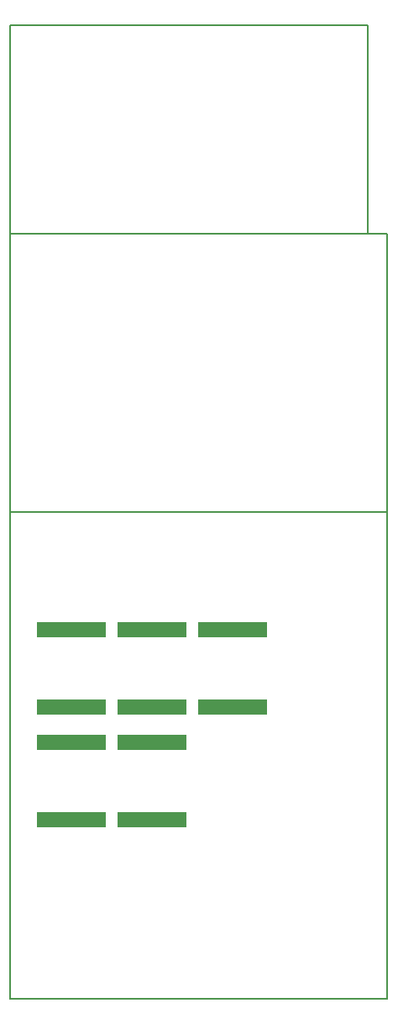
<source format=gbp>
G04*
G04 #@! TF.GenerationSoftware,Altium Limited,Altium Designer,18.1.9 (240)*
G04*
G04 Layer_Color=128*
%FSLAX44Y44*%
%MOMM*%
G71*
G01*
G75*
%ADD40C,0.2000*%
%ADD44R,7.0000X1.5000*%
D40*
Y500000D02*
X380000D01*
X0Y780000D02*
X380000D01*
X0Y10000D02*
X380000D01*
Y780000D01*
X360000D02*
X380000D01*
X360000D02*
Y990000D01*
X0D02*
X360000D01*
X0Y10000D02*
Y990000D01*
D44*
X142935Y381952D02*
D03*
Y303952D02*
D03*
X61655Y381952D02*
D03*
Y303952D02*
D03*
X224305Y381952D02*
D03*
Y303952D02*
D03*
X142845Y189802D02*
D03*
Y267802D02*
D03*
X61565Y189802D02*
D03*
Y267802D02*
D03*
M02*

</source>
